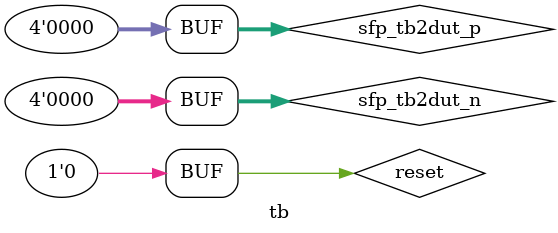
<source format=sv>
`timescale 1ps / 1ps

module tb
#(
    parameter FAST_BEHAV = 1,  // Fast behavior simulation?
    parameter DATA_WIDTH = 64,
    parameter ID_WIDTH = 3
)
(
);

    reg reset;
    initial begin
        reset = 1;
        #86000
        reset = 0;
    end

    wire clk_125M;

    clock clock_i(
        .clk_125M(clk_125M)
    );

    wire [3:0] sfp_tb2dut_p;
    wire [3:0] sfp_tb2dut_n;
    wire [3:0] sfp_dut2tb_p;
    wire [3:0] sfp_dut2tb_n;

    generate
        if (!FAST_BEHAV)
        begin : sfp_model
            wire [DATA_WIDTH - 1:0] in_data;
            wire [DATA_WIDTH / 8 - 1:0] in_keep;
            wire in_last;
            wire [DATA_WIDTH / 8 - 1:0] in_user;
            wire [ID_WIDTH - 1:0] in_id;
            wire in_valid;
            wire in_ready;

            axis_model axis_model_i(
                .clk(clk_125M),
                .reset(reset),

                .m_data(in_data),
                .m_keep(in_keep),
                .m_last(in_last),
                .m_user(in_user),
                .m_id(in_id),
                .m_valid(in_valid),
                .m_ready(in_ready)
            );

            wire [DATA_WIDTH - 1:0] out_data;
            wire [DATA_WIDTH / 8 - 1:0] out_keep;
            wire out_last;
            wire [DATA_WIDTH / 8 - 1:0] out_user;
            wire [ID_WIDTH - 1:0] out_dest;
            wire out_valid;
            wire out_ready;

            sim_axis2sfp sim_axis2sfp_i(
                .reset(reset),
                .clk_125M(clk_125M),

                .s_data(in_data),
                .s_keep(in_keep),
                .s_last(in_last),
                .s_user(in_user),
                .s_dest(in_id),
                .s_valid(in_valid),
                .s_ready(in_ready),

                .m_data(out_data),
                .m_keep(out_keep),
                .m_last(out_last),
                .m_user(out_user),
                .m_id(out_dest),
                .m_valid(out_valid),
                .m_ready(out_ready),

                .sfp_rx_p(sfp_dut2tb_p),
                .sfp_rx_n(sfp_dut2tb_n),
                .sfp_tx_p(sfp_tb2dut_p),
                .sfp_tx_n(sfp_tb2dut_n)
            );

            axis_receiver axis_receiver_i(
                .clk(clk_125M),
                .reset(reset),

                .s_data(out_data),
                .s_keep(out_keep),
                .s_last(out_last),
                .s_user(out_user),
                .s_dest(out_dest),
                .s_valid(out_valid),
                .s_ready(out_ready)
            );
        end
        else
        begin
            assign sfp_tb2dut_p = 0;
            assign sfp_tb2dut_n = 0;
        end
    endgenerate

    tanlabs
    #(
        .SIM(FAST_BEHAV)
    )
    dut(
        .RST(reset),

        .gtclk_125_p(clk_125M),
        .gtclk_125_n(~clk_125M),

        .led(),

        .sfp_rx_los(4'd0),
        .sfp_rx_p(sfp_tb2dut_p),
        .sfp_rx_n(sfp_tb2dut_n),
        .sfp_tx_dis(),
        .sfp_tx_p(sfp_dut2tb_p),
        .sfp_tx_n(sfp_dut2tb_n),
        .sfp_link(),
        .sfp_act(),

        .sfp_sda(1'b0),
        .sfp_scl(1'b0)
    );
endmodule

</source>
